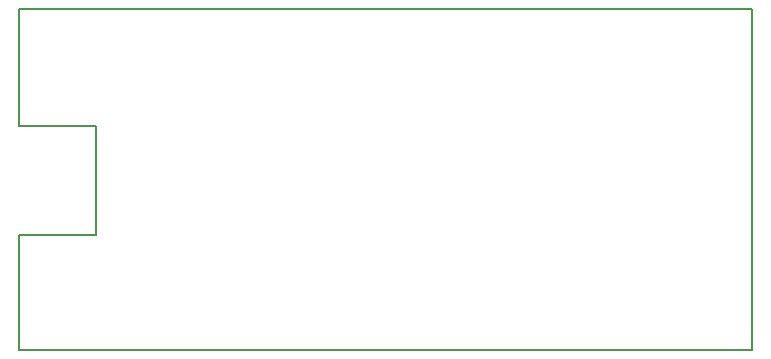
<source format=gm1>
%TF.GenerationSoftware,KiCad,Pcbnew,7.0.9-7.0.9~ubuntu22.04.1*%
%TF.CreationDate,2023-12-10T19:38:54+01:00*%
%TF.ProjectId,PD-LabSupply,50442d4c-6162-4537-9570-706c792e6b69,3.1*%
%TF.SameCoordinates,Original*%
%TF.FileFunction,Profile,NP*%
%FSLAX46Y46*%
G04 Gerber Fmt 4.6, Leading zero omitted, Abs format (unit mm)*
G04 Created by KiCad (PCBNEW 7.0.9-7.0.9~ubuntu22.04.1) date 2023-12-10 19:38:54*
%MOMM*%
%LPD*%
G01*
G04 APERTURE LIST*
%TA.AperFunction,Profile*%
%ADD10C,0.150000*%
%TD*%
G04 APERTURE END LIST*
D10*
X142200000Y-61048000D02*
X80200000Y-61048000D01*
X80200800Y-51384400D01*
X86728600Y-51384400D01*
X86728600Y-42088000D01*
X80200000Y-42088000D01*
X80200000Y-32200000D01*
X142200000Y-32200000D01*
X142200000Y-61048000D01*
M02*

</source>
